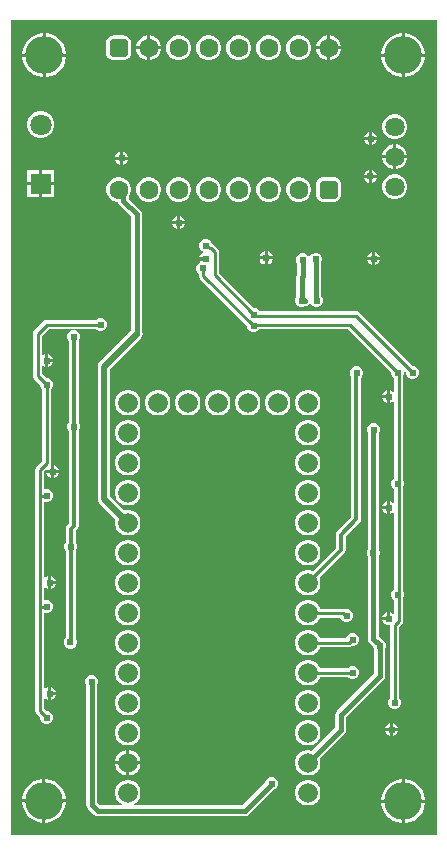
<source format=gbl>
G04*
G04 #@! TF.GenerationSoftware,Altium Limited,Altium Designer,21.8.1 (53)*
G04*
G04 Layer_Physical_Order=2*
G04 Layer_Color=16711680*
%FSLAX25Y25*%
%MOIN*%
G70*
G04*
G04 #@! TF.SameCoordinates,1476896B-5F1A-493A-A4EA-86BB9D18E634*
G04*
G04*
G04 #@! TF.FilePolarity,Positive*
G04*
G01*
G75*
%ADD14C,0.01000*%
%ADD35C,0.01600*%
%ADD36C,0.02000*%
%ADD37C,0.01200*%
%ADD39C,0.06555*%
%ADD40C,0.06437*%
%ADD41R,0.07087X0.07087*%
%ADD42C,0.07087*%
%ADD43C,0.06299*%
G04:AMPARAMS|DCode=44|XSize=62.99mil|YSize=62.99mil|CornerRadius=15.75mil|HoleSize=0mil|Usage=FLASHONLY|Rotation=180.000|XOffset=0mil|YOffset=0mil|HoleType=Round|Shape=RoundedRectangle|*
%AMROUNDEDRECTD44*
21,1,0.06299,0.03150,0,0,180.0*
21,1,0.03150,0.06299,0,0,180.0*
1,1,0.03150,-0.01575,0.01575*
1,1,0.03150,0.01575,0.01575*
1,1,0.03150,0.01575,-0.01575*
1,1,0.03150,-0.01575,-0.01575*
%
%ADD44ROUNDEDRECTD44*%
%ADD45C,0.02400*%
%ADD46C,0.12598*%
G36*
X242000Y100000D02*
X100000D01*
Y371501D01*
X242000D01*
Y100000D01*
D02*
G37*
%LPC*%
G36*
X206546Y366394D02*
X206500D01*
Y362744D01*
X210150D01*
Y362790D01*
X209867Y363846D01*
X209320Y364792D01*
X208548Y365565D01*
X207602Y366111D01*
X206546Y366394D01*
D02*
G37*
G36*
X205500D02*
X205454D01*
X204398Y366111D01*
X203452Y365565D01*
X202679Y364792D01*
X202133Y363846D01*
X201850Y362790D01*
Y362744D01*
X205500D01*
Y366394D01*
D02*
G37*
G36*
X146546D02*
X146500D01*
Y362744D01*
X150150D01*
Y362790D01*
X149867Y363846D01*
X149320Y364792D01*
X148548Y365565D01*
X147602Y366111D01*
X146546Y366394D01*
D02*
G37*
G36*
X145500D02*
X145454D01*
X144398Y366111D01*
X143452Y365565D01*
X142680Y364792D01*
X142133Y363846D01*
X141850Y362790D01*
Y362744D01*
X145500D01*
Y366394D01*
D02*
G37*
G36*
X111959Y367063D02*
X111740D01*
Y360264D01*
X118539D01*
Y360483D01*
X118259Y361893D01*
X117709Y363222D01*
X116910Y364417D01*
X115893Y365434D01*
X114698Y366232D01*
X113369Y366783D01*
X111959Y367063D01*
D02*
G37*
G36*
X110740D02*
X110521D01*
X109111Y366783D01*
X107783Y366232D01*
X106587Y365434D01*
X105570Y364417D01*
X104772Y363222D01*
X104221Y361893D01*
X103941Y360483D01*
Y360264D01*
X110740D01*
Y367063D01*
D02*
G37*
G36*
X231502Y367053D02*
X231283D01*
Y360254D01*
X238082D01*
Y360473D01*
X237802Y361883D01*
X237252Y363211D01*
X236453Y364407D01*
X235436Y365424D01*
X234241Y366223D01*
X232912Y366773D01*
X231502Y367053D01*
D02*
G37*
G36*
X230283D02*
X230064D01*
X228654Y366773D01*
X227326Y366223D01*
X226130Y365424D01*
X225114Y364407D01*
X224315Y363211D01*
X223764Y361883D01*
X223484Y360473D01*
Y360254D01*
X230283D01*
Y367053D01*
D02*
G37*
G36*
X210150Y361744D02*
X206500D01*
Y358095D01*
X206546D01*
X207602Y358377D01*
X208548Y358924D01*
X209320Y359696D01*
X209867Y360642D01*
X210150Y361698D01*
Y361744D01*
D02*
G37*
G36*
X205500D02*
X201850D01*
Y361698D01*
X202133Y360642D01*
X202679Y359696D01*
X203452Y358924D01*
X204398Y358377D01*
X205454Y358095D01*
X205500D01*
Y361744D01*
D02*
G37*
G36*
X196546Y366394D02*
X195454D01*
X194398Y366111D01*
X193452Y365565D01*
X192680Y364792D01*
X192133Y363846D01*
X191850Y362790D01*
Y361698D01*
X192133Y360642D01*
X192680Y359696D01*
X193452Y358924D01*
X194398Y358377D01*
X195454Y358095D01*
X196546D01*
X197602Y358377D01*
X198548Y358924D01*
X199320Y359696D01*
X199867Y360642D01*
X200150Y361698D01*
Y362790D01*
X199867Y363846D01*
X199320Y364792D01*
X198548Y365565D01*
X197602Y366111D01*
X196546Y366394D01*
D02*
G37*
G36*
X186546D02*
X185454D01*
X184398Y366111D01*
X183452Y365565D01*
X182679Y364792D01*
X182133Y363846D01*
X181850Y362790D01*
Y361698D01*
X182133Y360642D01*
X182679Y359696D01*
X183452Y358924D01*
X184398Y358377D01*
X185454Y358095D01*
X186546D01*
X187602Y358377D01*
X188548Y358924D01*
X189321Y359696D01*
X189867Y360642D01*
X190150Y361698D01*
Y362790D01*
X189867Y363846D01*
X189321Y364792D01*
X188548Y365565D01*
X187602Y366111D01*
X186546Y366394D01*
D02*
G37*
G36*
X176546D02*
X175454D01*
X174398Y366111D01*
X173452Y365565D01*
X172679Y364792D01*
X172133Y363846D01*
X171850Y362790D01*
Y361698D01*
X172133Y360642D01*
X172679Y359696D01*
X173452Y358924D01*
X174398Y358377D01*
X175454Y358095D01*
X176546D01*
X177602Y358377D01*
X178548Y358924D01*
X179321Y359696D01*
X179867Y360642D01*
X180150Y361698D01*
Y362790D01*
X179867Y363846D01*
X179321Y364792D01*
X178548Y365565D01*
X177602Y366111D01*
X176546Y366394D01*
D02*
G37*
G36*
X166546D02*
X165454D01*
X164398Y366111D01*
X163452Y365565D01*
X162680Y364792D01*
X162133Y363846D01*
X161850Y362790D01*
Y361698D01*
X162133Y360642D01*
X162680Y359696D01*
X163452Y358924D01*
X164398Y358377D01*
X165454Y358095D01*
X166546D01*
X167602Y358377D01*
X168548Y358924D01*
X169320Y359696D01*
X169867Y360642D01*
X170150Y361698D01*
Y362790D01*
X169867Y363846D01*
X169320Y364792D01*
X168548Y365565D01*
X167602Y366111D01*
X166546Y366394D01*
D02*
G37*
G36*
X156546D02*
X155454D01*
X154398Y366111D01*
X153452Y365565D01*
X152680Y364792D01*
X152133Y363846D01*
X151850Y362790D01*
Y361698D01*
X152133Y360642D01*
X152680Y359696D01*
X153452Y358924D01*
X154398Y358377D01*
X155454Y358095D01*
X156546D01*
X157602Y358377D01*
X158548Y358924D01*
X159320Y359696D01*
X159867Y360642D01*
X160150Y361698D01*
Y362790D01*
X159867Y363846D01*
X159320Y364792D01*
X158548Y365565D01*
X157602Y366111D01*
X156546Y366394D01*
D02*
G37*
G36*
X150150Y361744D02*
X146500D01*
Y358095D01*
X146546D01*
X147602Y358377D01*
X148548Y358924D01*
X149320Y359696D01*
X149867Y360642D01*
X150150Y361698D01*
Y361744D01*
D02*
G37*
G36*
X145500D02*
X141850D01*
Y361698D01*
X142133Y360642D01*
X142680Y359696D01*
X143452Y358924D01*
X144398Y358377D01*
X145454Y358095D01*
X145500D01*
Y361744D01*
D02*
G37*
G36*
X137575Y366416D02*
X134425D01*
X133753Y366327D01*
X133127Y366068D01*
X132589Y365655D01*
X132176Y365117D01*
X131917Y364491D01*
X131828Y363819D01*
Y360669D01*
X131917Y359997D01*
X132176Y359371D01*
X132589Y358833D01*
X133127Y358420D01*
X133753Y358161D01*
X134425Y358072D01*
X137575D01*
X138247Y358161D01*
X138873Y358420D01*
X139411Y358833D01*
X139824Y359371D01*
X140083Y359997D01*
X140172Y360669D01*
Y363819D01*
X140083Y364491D01*
X139824Y365117D01*
X139411Y365655D01*
X138873Y366068D01*
X138247Y366327D01*
X137575Y366416D01*
D02*
G37*
G36*
X118539Y359264D02*
X111740D01*
Y352465D01*
X111959D01*
X113369Y352745D01*
X114698Y353295D01*
X115893Y354094D01*
X116910Y355111D01*
X117709Y356307D01*
X118259Y357635D01*
X118539Y359045D01*
Y359264D01*
D02*
G37*
G36*
X110740D02*
X103941D01*
Y359045D01*
X104221Y357635D01*
X104772Y356307D01*
X105570Y355111D01*
X106587Y354094D01*
X107783Y353295D01*
X109111Y352745D01*
X110521Y352465D01*
X110740D01*
Y359264D01*
D02*
G37*
G36*
X238082Y359254D02*
X231283D01*
Y352455D01*
X231502D01*
X232912Y352735D01*
X234241Y353286D01*
X235436Y354084D01*
X236453Y355101D01*
X237252Y356296D01*
X237802Y357625D01*
X238082Y359035D01*
Y359254D01*
D02*
G37*
G36*
X230283D02*
X223484D01*
Y359035D01*
X223764Y357625D01*
X224315Y356296D01*
X225114Y355101D01*
X226130Y354084D01*
X227326Y353286D01*
X228654Y352735D01*
X230064Y352455D01*
X230283D01*
Y359254D01*
D02*
G37*
G36*
X220500Y334174D02*
Y332500D01*
X222174D01*
X221865Y333246D01*
X221246Y333865D01*
X220500Y334174D01*
D02*
G37*
G36*
X219500D02*
X218754Y333865D01*
X218135Y333246D01*
X217826Y332500D01*
X219500D01*
Y334174D01*
D02*
G37*
G36*
X110598Y341228D02*
X109402D01*
X108246Y340919D01*
X107210Y340321D01*
X106365Y339475D01*
X105766Y338439D01*
X105457Y337283D01*
Y336087D01*
X105766Y334931D01*
X106365Y333895D01*
X107210Y333050D01*
X108246Y332451D01*
X109402Y332142D01*
X110598D01*
X111754Y332451D01*
X112790Y333050D01*
X113636Y333895D01*
X114234Y334931D01*
X114543Y336087D01*
Y337283D01*
X114234Y338439D01*
X113636Y339475D01*
X112790Y340321D01*
X111754Y340919D01*
X110598Y341228D01*
D02*
G37*
G36*
X228555Y340218D02*
X227445D01*
X226372Y339931D01*
X225410Y339376D01*
X224624Y338590D01*
X224069Y337628D01*
X223781Y336555D01*
Y335445D01*
X224069Y334372D01*
X224624Y333410D01*
X225410Y332624D01*
X226372Y332069D01*
X227445Y331782D01*
X228555D01*
X229628Y332069D01*
X230590Y332624D01*
X231376Y333410D01*
X231931Y334372D01*
X232219Y335445D01*
Y336555D01*
X231931Y337628D01*
X231376Y338590D01*
X230590Y339376D01*
X229628Y339931D01*
X228555Y340218D01*
D02*
G37*
G36*
X222174Y331500D02*
X220500D01*
Y329826D01*
X221246Y330135D01*
X221865Y330754D01*
X222174Y331500D01*
D02*
G37*
G36*
X219500D02*
X217826D01*
X218135Y330754D01*
X218754Y330135D01*
X219500Y329826D01*
Y331500D01*
D02*
G37*
G36*
X228555Y330219D02*
X228500D01*
Y326500D01*
X232219D01*
Y326555D01*
X231931Y327628D01*
X231376Y328590D01*
X230590Y329376D01*
X229628Y329931D01*
X228555Y330219D01*
D02*
G37*
G36*
X227500D02*
X227445D01*
X226372Y329931D01*
X225410Y329376D01*
X224624Y328590D01*
X224069Y327628D01*
X223781Y326555D01*
Y326500D01*
X227500D01*
Y330219D01*
D02*
G37*
G36*
X137477Y327688D02*
Y326014D01*
X139151D01*
X138842Y326760D01*
X138223Y327379D01*
X137477Y327688D01*
D02*
G37*
G36*
X136477D02*
X135731Y327379D01*
X135112Y326760D01*
X134803Y326014D01*
X136477D01*
Y327688D01*
D02*
G37*
G36*
X139151Y325014D02*
X137477D01*
Y323340D01*
X138223Y323649D01*
X138842Y324268D01*
X139151Y325014D01*
D02*
G37*
G36*
X136477D02*
X134803D01*
X135112Y324268D01*
X135731Y323649D01*
X136477Y323340D01*
Y325014D01*
D02*
G37*
G36*
X232219Y325500D02*
X228500D01*
Y321781D01*
X228555D01*
X229628Y322069D01*
X230590Y322624D01*
X231376Y323410D01*
X231931Y324372D01*
X232219Y325445D01*
Y325500D01*
D02*
G37*
G36*
X227500D02*
X223781D01*
Y325445D01*
X224069Y324372D01*
X224624Y323410D01*
X225410Y322624D01*
X226372Y322069D01*
X227445Y321781D01*
X227500D01*
Y325500D01*
D02*
G37*
G36*
X220321Y321616D02*
Y319942D01*
X221995D01*
X221686Y320688D01*
X221067Y321307D01*
X220321Y321616D01*
D02*
G37*
G36*
X219321D02*
X218575Y321307D01*
X217956Y320688D01*
X217647Y319942D01*
X219321D01*
Y321616D01*
D02*
G37*
G36*
X114543Y321543D02*
X110500D01*
Y317500D01*
X114543D01*
Y321543D01*
D02*
G37*
G36*
X109500D02*
X105457D01*
Y317500D01*
X109500D01*
Y321543D01*
D02*
G37*
G36*
X221995Y318942D02*
X220321D01*
Y317268D01*
X221067Y317577D01*
X221686Y318196D01*
X221995Y318942D01*
D02*
G37*
G36*
X219321D02*
X217647D01*
X217956Y318196D01*
X218575Y317577D01*
X219321Y317268D01*
Y318942D01*
D02*
G37*
G36*
X114543Y316500D02*
X110500D01*
Y312457D01*
X114543D01*
Y316500D01*
D02*
G37*
G36*
X109500D02*
X105457D01*
Y312457D01*
X109500D01*
Y316500D01*
D02*
G37*
G36*
X228555Y320218D02*
X227445D01*
X226372Y319931D01*
X225410Y319376D01*
X224624Y318590D01*
X224069Y317628D01*
X223781Y316555D01*
Y315445D01*
X224069Y314372D01*
X224624Y313410D01*
X225410Y312624D01*
X226372Y312069D01*
X227445Y311782D01*
X228555D01*
X229628Y312069D01*
X230590Y312624D01*
X231376Y313410D01*
X231931Y314372D01*
X232219Y315445D01*
Y316555D01*
X231931Y317628D01*
X231376Y318590D01*
X230590Y319376D01*
X229628Y319931D01*
X228555Y320218D01*
D02*
G37*
G36*
X196546Y319150D02*
X195454D01*
X194398Y318867D01*
X193452Y318320D01*
X192680Y317548D01*
X192133Y316602D01*
X191850Y315546D01*
Y314454D01*
X192133Y313398D01*
X192680Y312452D01*
X193452Y311680D01*
X194398Y311133D01*
X195454Y310850D01*
X196546D01*
X197602Y311133D01*
X198548Y311680D01*
X199320Y312452D01*
X199867Y313398D01*
X200150Y314454D01*
Y315546D01*
X199867Y316602D01*
X199320Y317548D01*
X198548Y318320D01*
X197602Y318867D01*
X196546Y319150D01*
D02*
G37*
G36*
X186546D02*
X185454D01*
X184398Y318867D01*
X183452Y318320D01*
X182679Y317548D01*
X182133Y316602D01*
X181850Y315546D01*
Y314454D01*
X182133Y313398D01*
X182679Y312452D01*
X183452Y311680D01*
X184398Y311133D01*
X185454Y310850D01*
X186546D01*
X187602Y311133D01*
X188548Y311680D01*
X189321Y312452D01*
X189867Y313398D01*
X190150Y314454D01*
Y315546D01*
X189867Y316602D01*
X189321Y317548D01*
X188548Y318320D01*
X187602Y318867D01*
X186546Y319150D01*
D02*
G37*
G36*
X176546D02*
X175454D01*
X174398Y318867D01*
X173452Y318320D01*
X172679Y317548D01*
X172133Y316602D01*
X171850Y315546D01*
Y314454D01*
X172133Y313398D01*
X172679Y312452D01*
X173452Y311680D01*
X174398Y311133D01*
X175454Y310850D01*
X176546D01*
X177602Y311133D01*
X178548Y311680D01*
X179321Y312452D01*
X179867Y313398D01*
X180150Y314454D01*
Y315546D01*
X179867Y316602D01*
X179321Y317548D01*
X178548Y318320D01*
X177602Y318867D01*
X176546Y319150D01*
D02*
G37*
G36*
X166546D02*
X165454D01*
X164398Y318867D01*
X163452Y318320D01*
X162680Y317548D01*
X162133Y316602D01*
X161850Y315546D01*
Y314454D01*
X162133Y313398D01*
X162680Y312452D01*
X163452Y311680D01*
X164398Y311133D01*
X165454Y310850D01*
X166546D01*
X167602Y311133D01*
X168548Y311680D01*
X169320Y312452D01*
X169867Y313398D01*
X170150Y314454D01*
Y315546D01*
X169867Y316602D01*
X169320Y317548D01*
X168548Y318320D01*
X167602Y318867D01*
X166546Y319150D01*
D02*
G37*
G36*
X156546D02*
X155454D01*
X154398Y318867D01*
X153452Y318320D01*
X152680Y317548D01*
X152133Y316602D01*
X151850Y315546D01*
Y314454D01*
X152133Y313398D01*
X152680Y312452D01*
X153452Y311680D01*
X154398Y311133D01*
X155454Y310850D01*
X156546D01*
X157602Y311133D01*
X158548Y311680D01*
X159320Y312452D01*
X159867Y313398D01*
X160150Y314454D01*
Y315546D01*
X159867Y316602D01*
X159320Y317548D01*
X158548Y318320D01*
X157602Y318867D01*
X156546Y319150D01*
D02*
G37*
G36*
X146546D02*
X145454D01*
X144398Y318867D01*
X143452Y318320D01*
X142680Y317548D01*
X142133Y316602D01*
X141850Y315546D01*
Y314454D01*
X142133Y313398D01*
X142680Y312452D01*
X143452Y311680D01*
X144398Y311133D01*
X145454Y310850D01*
X146546D01*
X147602Y311133D01*
X148548Y311680D01*
X149320Y312452D01*
X149867Y313398D01*
X150150Y314454D01*
Y315546D01*
X149867Y316602D01*
X149320Y317548D01*
X148548Y318320D01*
X147602Y318867D01*
X146546Y319150D01*
D02*
G37*
G36*
X207575Y319172D02*
X204425D01*
X203753Y319083D01*
X203127Y318824D01*
X202589Y318411D01*
X202176Y317873D01*
X201917Y317247D01*
X201828Y316575D01*
Y313425D01*
X201917Y312753D01*
X202176Y312127D01*
X202589Y311589D01*
X203127Y311176D01*
X203753Y310917D01*
X204425Y310828D01*
X207575D01*
X208247Y310917D01*
X208873Y311176D01*
X209411Y311589D01*
X209824Y312127D01*
X210083Y312753D01*
X210172Y313425D01*
Y316575D01*
X210083Y317247D01*
X209824Y317873D01*
X209411Y318411D01*
X208873Y318824D01*
X208247Y319083D01*
X207575Y319172D01*
D02*
G37*
G36*
X156500Y306174D02*
Y304500D01*
X158174D01*
X157865Y305246D01*
X157246Y305865D01*
X156500Y306174D01*
D02*
G37*
G36*
X155500D02*
X154754Y305865D01*
X154135Y305246D01*
X153826Y304500D01*
X155500D01*
Y306174D01*
D02*
G37*
G36*
X158174Y303500D02*
X156500D01*
Y301826D01*
X157246Y302135D01*
X157865Y302754D01*
X158174Y303500D01*
D02*
G37*
G36*
X155500D02*
X153826D01*
X154135Y302754D01*
X154754Y302135D01*
X155500Y301826D01*
Y303500D01*
D02*
G37*
G36*
X185627Y294408D02*
Y292734D01*
X187302D01*
X186993Y293480D01*
X186374Y294099D01*
X185627Y294408D01*
D02*
G37*
G36*
X184627D02*
X183881Y294099D01*
X183262Y293480D01*
X182953Y292734D01*
X184627D01*
Y294408D01*
D02*
G37*
G36*
X221500Y294174D02*
Y292500D01*
X223174D01*
X222865Y293246D01*
X222246Y293865D01*
X221500Y294174D01*
D02*
G37*
G36*
X220500D02*
X219754Y293865D01*
X219135Y293246D01*
X218826Y292500D01*
X220500D01*
Y294174D01*
D02*
G37*
G36*
X202156Y294021D02*
X201281D01*
X200473Y293686D01*
X199854Y293067D01*
X199519Y292258D01*
Y292051D01*
X199193Y292838D01*
X198574Y293457D01*
X197765Y293792D01*
X196890D01*
X196081Y293457D01*
X195463Y292838D01*
X195128Y292029D01*
Y291154D01*
X195463Y290346D01*
X195492Y290316D01*
Y286886D01*
X195304Y286605D01*
X195281Y286488D01*
X195165Y285903D01*
Y279276D01*
X195135Y279246D01*
X194800Y278438D01*
Y277562D01*
X195135Y276754D01*
X195754Y276135D01*
X196562Y275800D01*
X197438D01*
X198246Y276135D01*
X198345Y276233D01*
X198702Y276304D01*
X199298Y276702D01*
X199696Y277298D01*
X199800Y277823D01*
Y277562D01*
X200135Y276754D01*
X200754Y276135D01*
X201562Y275800D01*
X202438D01*
X203246Y276135D01*
X203865Y276754D01*
X204200Y277562D01*
Y278438D01*
X203865Y279246D01*
X203554Y279557D01*
Y290545D01*
X203584Y290575D01*
X203919Y291383D01*
Y292258D01*
X203584Y293067D01*
X202965Y293686D01*
X202156Y294021D01*
D02*
G37*
G36*
X187302Y291734D02*
X185627D01*
Y290059D01*
X186374Y290369D01*
X186993Y290987D01*
X187302Y291734D01*
D02*
G37*
G36*
X184627D02*
X182953D01*
X183262Y290987D01*
X183881Y290369D01*
X184627Y290059D01*
Y291734D01*
D02*
G37*
G36*
X223174Y291500D02*
X221500D01*
Y289826D01*
X222246Y290135D01*
X222865Y290754D01*
X223174Y291500D01*
D02*
G37*
G36*
X220500D02*
X218826D01*
X219135Y290754D01*
X219754Y290135D01*
X220500Y289826D01*
Y291500D01*
D02*
G37*
G36*
X130438Y272200D02*
X129562D01*
X128754Y271865D01*
X128418Y271529D01*
X112000D01*
X111415Y271413D01*
X110919Y271081D01*
X107919Y268081D01*
X107587Y267585D01*
X107471Y267000D01*
Y253000D01*
X107587Y252415D01*
X107919Y251919D01*
X109800Y250037D01*
Y249562D01*
X110135Y248754D01*
X110471Y248418D01*
Y224575D01*
X108662Y222766D01*
X108330Y222270D01*
X108214Y221685D01*
Y213000D01*
Y176000D01*
Y141257D01*
X108330Y140671D01*
X108662Y140175D01*
X109800Y139037D01*
Y138562D01*
X110135Y137754D01*
X110754Y137135D01*
X111562Y136800D01*
X112438D01*
X113246Y137135D01*
X113865Y137754D01*
X114200Y138562D01*
Y139438D01*
X113865Y140246D01*
X113246Y140865D01*
X112438Y141200D01*
X111963D01*
X111273Y141890D01*
Y145616D01*
X111754Y145135D01*
X112500Y144826D01*
Y147000D01*
Y149174D01*
X111754Y148865D01*
X111273Y148384D01*
Y173920D01*
X111562Y173800D01*
X112438D01*
X113246Y174135D01*
X113865Y174754D01*
X114200Y175562D01*
Y176438D01*
X113865Y177246D01*
X113246Y177865D01*
X112438Y178200D01*
X111562D01*
X111273Y178080D01*
Y182616D01*
X111754Y182135D01*
X112500Y181826D01*
Y184000D01*
Y186174D01*
X111754Y185865D01*
X111273Y185384D01*
Y210920D01*
X111562Y210800D01*
X112438D01*
X113246Y211135D01*
X113865Y211754D01*
X114200Y212562D01*
Y213438D01*
X113865Y214246D01*
X113246Y214865D01*
X112438Y215200D01*
X111562D01*
X111273Y215080D01*
Y221052D01*
X111900Y221679D01*
X111826Y221500D01*
X113500D01*
Y223174D01*
X113211Y223055D01*
X113413Y223356D01*
X113529Y223942D01*
Y248418D01*
X113865Y248754D01*
X114200Y249562D01*
Y250438D01*
X113865Y251246D01*
X113246Y251865D01*
X112438Y252200D01*
X111963D01*
X110529Y253633D01*
Y256359D01*
X110754Y256135D01*
X111500Y255826D01*
Y258000D01*
Y260174D01*
X110754Y259865D01*
X110529Y259641D01*
Y266367D01*
X112634Y268471D01*
X128418D01*
X128754Y268135D01*
X129562Y267800D01*
X130438D01*
X131246Y268135D01*
X131865Y268754D01*
X132200Y269562D01*
Y270438D01*
X131865Y271246D01*
X131246Y271865D01*
X130438Y272200D01*
D02*
G37*
G36*
X112500Y260174D02*
Y258500D01*
X114174D01*
X113865Y259246D01*
X113246Y259865D01*
X112500Y260174D01*
D02*
G37*
G36*
X114174Y257500D02*
X112500D01*
Y255826D01*
X113246Y256135D01*
X113865Y256754D01*
X114174Y257500D01*
D02*
G37*
G36*
X165481Y298531D02*
X164606D01*
X163797Y298196D01*
X163178Y297577D01*
X162843Y296768D01*
Y295893D01*
X163178Y295084D01*
X163797Y294465D01*
X164500Y294174D01*
X163754Y293865D01*
X163135Y293246D01*
X162826Y292500D01*
X165000D01*
Y291500D01*
X162826D01*
X163119Y290793D01*
X162717Y290627D01*
X162098Y290008D01*
X161763Y289200D01*
Y288324D01*
X162098Y287516D01*
X162702Y286912D01*
Y286369D01*
X162818Y285784D01*
X163150Y285287D01*
X178800Y269637D01*
Y269162D01*
X179135Y268354D01*
X179754Y267735D01*
X180562Y267400D01*
X181438D01*
X182246Y267735D01*
X182865Y268354D01*
X182913Y268471D01*
X212367D01*
X226800Y254037D01*
Y253562D01*
X227135Y252754D01*
X227754Y252135D01*
X227771Y252128D01*
Y247341D01*
X227246Y247865D01*
X226500Y248174D01*
Y246000D01*
Y243826D01*
X227246Y244135D01*
X227771Y244659D01*
Y218872D01*
X227754Y218865D01*
X227135Y218246D01*
X226800Y217438D01*
Y216562D01*
X227135Y215754D01*
X227754Y215135D01*
X227771Y215128D01*
Y210341D01*
X227246Y210865D01*
X226500Y211174D01*
Y209000D01*
Y206826D01*
X227246Y207135D01*
X227771Y207659D01*
Y181872D01*
X227754Y181865D01*
X227135Y181246D01*
X226800Y180438D01*
Y179562D01*
X227135Y178754D01*
X227754Y178135D01*
X227771Y178128D01*
Y173341D01*
X227246Y173865D01*
X226500Y174174D01*
Y172000D01*
X226000D01*
Y171500D01*
X223826D01*
X224135Y170754D01*
X224754Y170135D01*
X225562Y169800D01*
X226438D01*
X226471Y169814D01*
X226471Y169812D01*
Y145582D01*
X226135Y145246D01*
X225800Y144438D01*
Y143562D01*
X226135Y142754D01*
X226754Y142135D01*
X227562Y141800D01*
X228438D01*
X229246Y142135D01*
X229865Y142754D01*
X230200Y143562D01*
Y144438D01*
X229865Y145246D01*
X229529Y145582D01*
Y169179D01*
X230381Y170031D01*
X230713Y170527D01*
X230829Y171112D01*
Y178718D01*
X230865Y178754D01*
X231200Y179562D01*
Y180438D01*
X230865Y181246D01*
X230829Y181282D01*
Y215718D01*
X230865Y215754D01*
X231200Y216562D01*
Y217438D01*
X230865Y218246D01*
X230829Y218282D01*
Y252718D01*
X230865Y252754D01*
X231200Y253562D01*
Y254438D01*
X231059Y254778D01*
X231800Y254037D01*
Y253562D01*
X232135Y252754D01*
X232754Y252135D01*
X233562Y251800D01*
X234438D01*
X235246Y252135D01*
X235865Y252754D01*
X236200Y253562D01*
Y254438D01*
X235865Y255246D01*
X235246Y255865D01*
X234438Y256200D01*
X233963D01*
X216081Y274081D01*
X215585Y274413D01*
X215000Y274529D01*
X183000D01*
X182455Y275074D01*
X181647Y275409D01*
X181172D01*
X169529Y287052D01*
Y294200D01*
X169413Y294785D01*
X169081Y295281D01*
X167886Y296476D01*
X167390Y296808D01*
X167212Y296843D01*
X166908Y297577D01*
X166289Y298196D01*
X165481Y298531D01*
D02*
G37*
G36*
X225500Y248174D02*
X224754Y247865D01*
X224135Y247246D01*
X223826Y246500D01*
X225500D01*
Y248174D01*
D02*
G37*
G36*
Y245500D02*
X223826D01*
X224135Y244754D01*
X224754Y244135D01*
X225500Y243826D01*
Y245500D01*
D02*
G37*
G36*
X199563Y248278D02*
X198437D01*
X197349Y247986D01*
X196373Y247423D01*
X195577Y246626D01*
X195014Y245651D01*
X194722Y244563D01*
Y243437D01*
X195014Y242349D01*
X195577Y241373D01*
X196373Y240577D01*
X197349Y240014D01*
X198437Y239722D01*
X199563D01*
X200651Y240014D01*
X201626Y240577D01*
X202423Y241373D01*
X202986Y242349D01*
X203278Y243437D01*
Y244563D01*
X202986Y245651D01*
X202423Y246626D01*
X201626Y247423D01*
X200651Y247986D01*
X199563Y248278D01*
D02*
G37*
G36*
X189563D02*
X188437D01*
X187349Y247986D01*
X186373Y247423D01*
X185577Y246626D01*
X185014Y245651D01*
X184722Y244563D01*
Y243437D01*
X185014Y242349D01*
X185577Y241373D01*
X186373Y240577D01*
X187349Y240014D01*
X188437Y239722D01*
X189563D01*
X190651Y240014D01*
X191627Y240577D01*
X192423Y241373D01*
X192986Y242349D01*
X193278Y243437D01*
Y244563D01*
X192986Y245651D01*
X192423Y246626D01*
X191627Y247423D01*
X190651Y247986D01*
X189563Y248278D01*
D02*
G37*
G36*
X179563D02*
X178437D01*
X177349Y247986D01*
X176374Y247423D01*
X175577Y246626D01*
X175014Y245651D01*
X174722Y244563D01*
Y243437D01*
X175014Y242349D01*
X175577Y241373D01*
X176374Y240577D01*
X177349Y240014D01*
X178437Y239722D01*
X179563D01*
X180651Y240014D01*
X181626Y240577D01*
X182423Y241373D01*
X182986Y242349D01*
X183278Y243437D01*
Y244563D01*
X182986Y245651D01*
X182423Y246626D01*
X181626Y247423D01*
X180651Y247986D01*
X179563Y248278D01*
D02*
G37*
G36*
X169563D02*
X168437D01*
X167349Y247986D01*
X166374Y247423D01*
X165577Y246626D01*
X165014Y245651D01*
X164722Y244563D01*
Y243437D01*
X165014Y242349D01*
X165577Y241373D01*
X166374Y240577D01*
X167349Y240014D01*
X168437Y239722D01*
X169563D01*
X170651Y240014D01*
X171626Y240577D01*
X172423Y241373D01*
X172986Y242349D01*
X173278Y243437D01*
Y244563D01*
X172986Y245651D01*
X172423Y246626D01*
X171626Y247423D01*
X170651Y247986D01*
X169563Y248278D01*
D02*
G37*
G36*
X159563D02*
X158437D01*
X157349Y247986D01*
X156374Y247423D01*
X155577Y246626D01*
X155014Y245651D01*
X154722Y244563D01*
Y243437D01*
X155014Y242349D01*
X155577Y241373D01*
X156374Y240577D01*
X157349Y240014D01*
X158437Y239722D01*
X159563D01*
X160651Y240014D01*
X161627Y240577D01*
X162423Y241373D01*
X162986Y242349D01*
X163278Y243437D01*
Y244563D01*
X162986Y245651D01*
X162423Y246626D01*
X161627Y247423D01*
X160651Y247986D01*
X159563Y248278D01*
D02*
G37*
G36*
X149563D02*
X148437D01*
X147349Y247986D01*
X146373Y247423D01*
X145577Y246626D01*
X145014Y245651D01*
X144722Y244563D01*
Y243437D01*
X145014Y242349D01*
X145577Y241373D01*
X146373Y240577D01*
X147349Y240014D01*
X148437Y239722D01*
X149563D01*
X150651Y240014D01*
X151627Y240577D01*
X152423Y241373D01*
X152986Y242349D01*
X153278Y243437D01*
Y244563D01*
X152986Y245651D01*
X152423Y246626D01*
X151627Y247423D01*
X150651Y247986D01*
X149563Y248278D01*
D02*
G37*
G36*
X139563D02*
X138437D01*
X137349Y247986D01*
X136373Y247423D01*
X135577Y246626D01*
X135014Y245651D01*
X134722Y244563D01*
Y243437D01*
X135014Y242349D01*
X135577Y241373D01*
X136373Y240577D01*
X137349Y240014D01*
X138437Y239722D01*
X139563D01*
X140651Y240014D01*
X141627Y240577D01*
X142423Y241373D01*
X142986Y242349D01*
X143278Y243437D01*
Y244563D01*
X142986Y245651D01*
X142423Y246626D01*
X141627Y247423D01*
X140651Y247986D01*
X139563Y248278D01*
D02*
G37*
G36*
X199563Y238278D02*
X198437D01*
X197349Y237986D01*
X196373Y237423D01*
X195577Y236627D01*
X195014Y235651D01*
X194722Y234563D01*
Y233437D01*
X195014Y232349D01*
X195577Y231374D01*
X196373Y230577D01*
X197349Y230014D01*
X198437Y229722D01*
X199563D01*
X200651Y230014D01*
X201626Y230577D01*
X202423Y231374D01*
X202986Y232349D01*
X203278Y233437D01*
Y234563D01*
X202986Y235651D01*
X202423Y236627D01*
X201626Y237423D01*
X200651Y237986D01*
X199563Y238278D01*
D02*
G37*
G36*
X139563D02*
X138437D01*
X137349Y237986D01*
X136373Y237423D01*
X135577Y236627D01*
X135014Y235651D01*
X134722Y234563D01*
Y233437D01*
X135014Y232349D01*
X135577Y231374D01*
X136373Y230577D01*
X137349Y230014D01*
X138437Y229722D01*
X139563D01*
X140651Y230014D01*
X141627Y230577D01*
X142423Y231374D01*
X142986Y232349D01*
X143278Y233437D01*
Y234563D01*
X142986Y235651D01*
X142423Y236627D01*
X141627Y237423D01*
X140651Y237986D01*
X139563Y238278D01*
D02*
G37*
G36*
X114500Y223174D02*
Y221500D01*
X116174D01*
X115865Y222246D01*
X115246Y222865D01*
X114500Y223174D01*
D02*
G37*
G36*
X199563Y228278D02*
X198437D01*
X197349Y227986D01*
X196373Y227423D01*
X195577Y226626D01*
X195014Y225651D01*
X194722Y224563D01*
Y223437D01*
X195014Y222349D01*
X195577Y221374D01*
X196373Y220577D01*
X197349Y220014D01*
X198437Y219722D01*
X199563D01*
X200651Y220014D01*
X201626Y220577D01*
X202423Y221374D01*
X202986Y222349D01*
X203278Y223437D01*
Y224563D01*
X202986Y225651D01*
X202423Y226626D01*
X201626Y227423D01*
X200651Y227986D01*
X199563Y228278D01*
D02*
G37*
G36*
X139563D02*
X138437D01*
X137349Y227986D01*
X136373Y227423D01*
X135577Y226626D01*
X135014Y225651D01*
X134722Y224563D01*
Y223437D01*
X135014Y222349D01*
X135577Y221374D01*
X136373Y220577D01*
X137349Y220014D01*
X138437Y219722D01*
X139563D01*
X140651Y220014D01*
X141627Y220577D01*
X142423Y221374D01*
X142986Y222349D01*
X143278Y223437D01*
Y224563D01*
X142986Y225651D01*
X142423Y226626D01*
X141627Y227423D01*
X140651Y227986D01*
X139563Y228278D01*
D02*
G37*
G36*
X116174Y220500D02*
X114500D01*
Y218826D01*
X115246Y219135D01*
X115865Y219754D01*
X116174Y220500D01*
D02*
G37*
G36*
X113500D02*
X111826D01*
X112135Y219754D01*
X112754Y219135D01*
X113500Y218826D01*
Y220500D01*
D02*
G37*
G36*
X199563Y218278D02*
X198437D01*
X197349Y217986D01*
X196373Y217423D01*
X195577Y216627D01*
X195014Y215651D01*
X194722Y214563D01*
Y213437D01*
X195014Y212349D01*
X195577Y211373D01*
X196373Y210577D01*
X197349Y210014D01*
X198437Y209722D01*
X199563D01*
X200651Y210014D01*
X201626Y210577D01*
X202423Y211373D01*
X202986Y212349D01*
X203278Y213437D01*
Y214563D01*
X202986Y215651D01*
X202423Y216627D01*
X201626Y217423D01*
X200651Y217986D01*
X199563Y218278D01*
D02*
G37*
G36*
X139563D02*
X138437D01*
X137349Y217986D01*
X136373Y217423D01*
X135577Y216627D01*
X135014Y215651D01*
X134722Y214563D01*
Y213437D01*
X135014Y212349D01*
X135577Y211373D01*
X136373Y210577D01*
X137349Y210014D01*
X138437Y209722D01*
X139563D01*
X140651Y210014D01*
X141627Y210577D01*
X142423Y211373D01*
X142986Y212349D01*
X143278Y213437D01*
Y214563D01*
X142986Y215651D01*
X142423Y216627D01*
X141627Y217423D01*
X140651Y217986D01*
X139563Y218278D01*
D02*
G37*
G36*
X225500Y211174D02*
X224754Y210865D01*
X224135Y210246D01*
X223826Y209500D01*
X225500D01*
Y211174D01*
D02*
G37*
G36*
Y208500D02*
X223826D01*
X224135Y207754D01*
X224754Y207135D01*
X225500Y206826D01*
Y208500D01*
D02*
G37*
G36*
X199563Y208278D02*
X198437D01*
X197349Y207986D01*
X196373Y207423D01*
X195577Y206627D01*
X195014Y205651D01*
X194722Y204563D01*
Y203437D01*
X195014Y202349D01*
X195577Y201374D01*
X196373Y200577D01*
X197349Y200014D01*
X198437Y199722D01*
X199563D01*
X200651Y200014D01*
X201626Y200577D01*
X202423Y201374D01*
X202986Y202349D01*
X203278Y203437D01*
Y204563D01*
X202986Y205651D01*
X202423Y206627D01*
X201626Y207423D01*
X200651Y207986D01*
X199563Y208278D01*
D02*
G37*
G36*
X136546Y319150D02*
X135454D01*
X134398Y318867D01*
X133452Y318320D01*
X132679Y317548D01*
X132133Y316602D01*
X131850Y315546D01*
Y314454D01*
X132133Y313398D01*
X132679Y312452D01*
X133452Y311680D01*
X134398Y311133D01*
X135454Y310850D01*
X135823D01*
X135883Y310547D01*
X135906Y310431D01*
X136304Y309836D01*
X140165Y305975D01*
Y268049D01*
X129558Y257442D01*
X129116Y256780D01*
X128961Y256000D01*
Y212000D01*
X129116Y211220D01*
X129558Y210558D01*
X134898Y205218D01*
X134722Y204563D01*
Y203437D01*
X135014Y202349D01*
X135577Y201374D01*
X136373Y200577D01*
X137349Y200014D01*
X138437Y199722D01*
X139563D01*
X140651Y200014D01*
X141627Y200577D01*
X142423Y201374D01*
X142986Y202349D01*
X143278Y203437D01*
Y204563D01*
X142986Y205651D01*
X142423Y206627D01*
X141627Y207423D01*
X140651Y207986D01*
X139563Y208278D01*
X138437D01*
X137782Y208102D01*
X133039Y212845D01*
Y255155D01*
X143442Y265558D01*
X143884Y266220D01*
X144039Y267000D01*
X143884Y267780D01*
X143835Y267853D01*
Y306735D01*
X143719Y307321D01*
X143696Y307437D01*
X143298Y308033D01*
X139437Y311893D01*
Y312127D01*
X139359Y312519D01*
X139867Y313398D01*
X140150Y314454D01*
Y315546D01*
X139867Y316602D01*
X139321Y317548D01*
X138548Y318320D01*
X137602Y318867D01*
X136546Y319150D01*
D02*
G37*
G36*
X199563Y198278D02*
X198437D01*
X197349Y197986D01*
X196373Y197423D01*
X195577Y196626D01*
X195014Y195651D01*
X194722Y194563D01*
Y193437D01*
X195014Y192349D01*
X195577Y191374D01*
X196373Y190577D01*
X197349Y190014D01*
X198437Y189722D01*
X199563D01*
X200651Y190014D01*
X201626Y190577D01*
X202423Y191374D01*
X202986Y192349D01*
X203278Y193437D01*
Y194563D01*
X202986Y195651D01*
X202423Y196626D01*
X201626Y197423D01*
X200651Y197986D01*
X199563Y198278D01*
D02*
G37*
G36*
X139563D02*
X138437D01*
X137349Y197986D01*
X136373Y197423D01*
X135577Y196626D01*
X135014Y195651D01*
X134722Y194563D01*
Y193437D01*
X135014Y192349D01*
X135577Y191374D01*
X136373Y190577D01*
X137349Y190014D01*
X138437Y189722D01*
X139563D01*
X140651Y190014D01*
X141627Y190577D01*
X142423Y191374D01*
X142986Y192349D01*
X143278Y193437D01*
Y194563D01*
X142986Y195651D01*
X142423Y196626D01*
X141627Y197423D01*
X140651Y197986D01*
X139563Y198278D01*
D02*
G37*
G36*
X215720Y256103D02*
X214844D01*
X214036Y255768D01*
X213417Y255149D01*
X213082Y254341D01*
Y253465D01*
X213417Y252657D01*
X213490Y252584D01*
Y205797D01*
X208846Y201153D01*
X208493Y200624D01*
X208369Y200000D01*
Y195676D01*
X200669Y187976D01*
X200651Y187986D01*
X199563Y188278D01*
X198437D01*
X197349Y187986D01*
X196373Y187423D01*
X195577Y186627D01*
X195014Y185651D01*
X194722Y184563D01*
Y183437D01*
X195014Y182349D01*
X195577Y181374D01*
X196373Y180577D01*
X197349Y180014D01*
X198437Y179722D01*
X199563D01*
X200651Y180014D01*
X201626Y180577D01*
X202423Y181374D01*
X202986Y182349D01*
X203278Y183437D01*
Y184563D01*
X202986Y185651D01*
X202976Y185669D01*
X211154Y193846D01*
X211507Y194376D01*
X211631Y195000D01*
Y199324D01*
X216275Y203968D01*
X216629Y204497D01*
X216753Y205121D01*
Y252263D01*
X217147Y252657D01*
X217482Y253465D01*
Y254341D01*
X217147Y255149D01*
X216528Y255768D01*
X215720Y256103D01*
D02*
G37*
G36*
X113500Y186174D02*
Y184500D01*
X115174D01*
X114865Y185246D01*
X114246Y185865D01*
X113500Y186174D01*
D02*
G37*
G36*
X115174Y183500D02*
X113500D01*
Y181826D01*
X114246Y182135D01*
X114865Y182754D01*
X115174Y183500D01*
D02*
G37*
G36*
X139563Y188278D02*
X138437D01*
X137349Y187986D01*
X136373Y187423D01*
X135577Y186627D01*
X135014Y185651D01*
X134722Y184563D01*
Y183437D01*
X135014Y182349D01*
X135577Y181374D01*
X136373Y180577D01*
X137349Y180014D01*
X138437Y179722D01*
X139563D01*
X140651Y180014D01*
X141627Y180577D01*
X142423Y181374D01*
X142986Y182349D01*
X143278Y183437D01*
Y184563D01*
X142986Y185651D01*
X142423Y186627D01*
X141627Y187423D01*
X140651Y187986D01*
X139563Y188278D01*
D02*
G37*
G36*
X225500Y174174D02*
X224754Y173865D01*
X224135Y173246D01*
X223826Y172500D01*
X225500D01*
Y174174D01*
D02*
G37*
G36*
X199563Y178278D02*
X198437D01*
X197349Y177986D01*
X196373Y177423D01*
X195577Y176627D01*
X195014Y175651D01*
X194722Y174563D01*
Y173437D01*
X195014Y172349D01*
X195577Y171373D01*
X196373Y170577D01*
X197349Y170014D01*
X198437Y169722D01*
X199563D01*
X200651Y170014D01*
X201626Y170577D01*
X202423Y171373D01*
X202948Y172284D01*
X209915D01*
X210135Y171754D01*
X210754Y171135D01*
X211562Y170800D01*
X212438D01*
X213246Y171135D01*
X213865Y171754D01*
X214200Y172562D01*
Y173438D01*
X213865Y174246D01*
X213246Y174865D01*
X212438Y175200D01*
X211562D01*
X211482Y175167D01*
X211393Y175226D01*
X210808Y175342D01*
X203069D01*
X202986Y175651D01*
X202423Y176627D01*
X201626Y177423D01*
X200651Y177986D01*
X199563Y178278D01*
D02*
G37*
G36*
X139563D02*
X138437D01*
X137349Y177986D01*
X136373Y177423D01*
X135577Y176627D01*
X135014Y175651D01*
X134722Y174563D01*
Y173437D01*
X135014Y172349D01*
X135577Y171373D01*
X136373Y170577D01*
X137349Y170014D01*
X138437Y169722D01*
X139563D01*
X140651Y170014D01*
X141627Y170577D01*
X142423Y171373D01*
X142986Y172349D01*
X143278Y173437D01*
Y174563D01*
X142986Y175651D01*
X142423Y176627D01*
X141627Y177423D01*
X140651Y177986D01*
X139563Y178278D01*
D02*
G37*
G36*
X199563Y168278D02*
X198437D01*
X197349Y167986D01*
X196373Y167423D01*
X195577Y166627D01*
X195014Y165651D01*
X194722Y164563D01*
Y163437D01*
X195014Y162349D01*
X195577Y161373D01*
X196373Y160577D01*
X197349Y160014D01*
X198437Y159722D01*
X199563D01*
X200651Y160014D01*
X201626Y160577D01*
X202423Y161373D01*
X202986Y162349D01*
X203019Y162471D01*
X212621D01*
X213206Y162587D01*
X213539Y162810D01*
X213562Y162800D01*
X214438D01*
X215246Y163135D01*
X215865Y163754D01*
X216200Y164562D01*
Y165438D01*
X215865Y166246D01*
X215246Y166865D01*
X214438Y167200D01*
X213562D01*
X212754Y166865D01*
X212135Y166246D01*
X211838Y165529D01*
X203019D01*
X202986Y165651D01*
X202423Y166627D01*
X201626Y167423D01*
X200651Y167986D01*
X199563Y168278D01*
D02*
G37*
G36*
X121438Y268200D02*
X120562D01*
X119754Y267865D01*
X119135Y267246D01*
X118800Y266438D01*
Y265562D01*
X119135Y264754D01*
X119369Y264520D01*
Y237480D01*
X119135Y237246D01*
X118800Y236438D01*
Y235562D01*
X119135Y234754D01*
X119369Y234520D01*
Y203676D01*
X118846Y203153D01*
X118493Y202624D01*
X118369Y202000D01*
Y197480D01*
X118135Y197246D01*
X117800Y196438D01*
Y195562D01*
X118135Y194754D01*
X118369Y194520D01*
Y165703D01*
X118076Y165410D01*
X117741Y164602D01*
Y163727D01*
X118076Y162918D01*
X118695Y162299D01*
X119503Y161964D01*
X120378D01*
X121187Y162299D01*
X121806Y162918D01*
X122141Y163727D01*
Y164602D01*
X121806Y165410D01*
X121631Y165585D01*
Y194520D01*
X121865Y194754D01*
X122200Y195562D01*
Y196438D01*
X121865Y197246D01*
X121631Y197480D01*
Y201324D01*
X122153Y201847D01*
X122507Y202376D01*
X122631Y203000D01*
Y234520D01*
X122865Y234754D01*
X123200Y235562D01*
Y236438D01*
X122865Y237246D01*
X122631Y237480D01*
Y264520D01*
X122865Y264754D01*
X123200Y265562D01*
Y266438D01*
X122865Y267246D01*
X122246Y267865D01*
X121438Y268200D01*
D02*
G37*
G36*
X139563Y168278D02*
X138437D01*
X137349Y167986D01*
X136373Y167423D01*
X135577Y166627D01*
X135014Y165651D01*
X134722Y164563D01*
Y163437D01*
X135014Y162349D01*
X135577Y161373D01*
X136373Y160577D01*
X137349Y160014D01*
X138437Y159722D01*
X139563D01*
X140651Y160014D01*
X141627Y160577D01*
X142423Y161373D01*
X142986Y162349D01*
X143278Y163437D01*
Y164563D01*
X142986Y165651D01*
X142423Y166627D01*
X141627Y167423D01*
X140651Y167986D01*
X139563Y168278D01*
D02*
G37*
G36*
X199563Y158278D02*
X198437D01*
X197349Y157986D01*
X196373Y157423D01*
X195577Y156626D01*
X195014Y155651D01*
X194722Y154563D01*
Y153437D01*
X195014Y152349D01*
X195577Y151374D01*
X196373Y150577D01*
X197349Y150014D01*
X198437Y149722D01*
X199563D01*
X200651Y150014D01*
X201626Y150577D01*
X202423Y151374D01*
X202986Y152349D01*
X203019Y152471D01*
X212418D01*
X212754Y152135D01*
X213562Y151800D01*
X214438D01*
X215246Y152135D01*
X215865Y152754D01*
X216200Y153562D01*
Y154438D01*
X215865Y155246D01*
X215246Y155865D01*
X214438Y156200D01*
X213562D01*
X212754Y155865D01*
X212418Y155529D01*
X203019D01*
X202986Y155651D01*
X202423Y156626D01*
X201626Y157423D01*
X200651Y157986D01*
X199563Y158278D01*
D02*
G37*
G36*
X139563D02*
X138437D01*
X137349Y157986D01*
X136373Y157423D01*
X135577Y156626D01*
X135014Y155651D01*
X134722Y154563D01*
Y153437D01*
X135014Y152349D01*
X135577Y151374D01*
X136373Y150577D01*
X137349Y150014D01*
X138437Y149722D01*
X139563D01*
X140651Y150014D01*
X141627Y150577D01*
X142423Y151374D01*
X142986Y152349D01*
X143278Y153437D01*
Y154563D01*
X142986Y155651D01*
X142423Y156626D01*
X141627Y157423D01*
X140651Y157986D01*
X139563Y158278D01*
D02*
G37*
G36*
X113500Y149174D02*
Y147500D01*
X115174D01*
X114865Y148246D01*
X114246Y148865D01*
X113500Y149174D01*
D02*
G37*
G36*
X115174Y146500D02*
X113500D01*
Y144826D01*
X114246Y145135D01*
X114865Y145754D01*
X115174Y146500D01*
D02*
G37*
G36*
X199563Y148278D02*
X198437D01*
X197349Y147986D01*
X196373Y147423D01*
X195577Y146626D01*
X195014Y145651D01*
X194722Y144563D01*
Y143437D01*
X195014Y142349D01*
X195577Y141374D01*
X196373Y140577D01*
X197349Y140014D01*
X198437Y139722D01*
X199563D01*
X200651Y140014D01*
X201626Y140577D01*
X202423Y141374D01*
X202986Y142349D01*
X203278Y143437D01*
Y144563D01*
X202986Y145651D01*
X202423Y146626D01*
X201626Y147423D01*
X200651Y147986D01*
X199563Y148278D01*
D02*
G37*
G36*
X139563D02*
X138437D01*
X137349Y147986D01*
X136373Y147423D01*
X135577Y146626D01*
X135014Y145651D01*
X134722Y144563D01*
Y143437D01*
X135014Y142349D01*
X135577Y141374D01*
X136373Y140577D01*
X137349Y140014D01*
X138437Y139722D01*
X139563D01*
X140651Y140014D01*
X141627Y140577D01*
X142423Y141374D01*
X142986Y142349D01*
X143278Y143437D01*
Y144563D01*
X142986Y145651D01*
X142423Y146626D01*
X141627Y147423D01*
X140651Y147986D01*
X139563Y148278D01*
D02*
G37*
G36*
X227500Y137174D02*
Y135500D01*
X229174D01*
X228865Y136246D01*
X228246Y136865D01*
X227500Y137174D01*
D02*
G37*
G36*
X226500D02*
X225754Y136865D01*
X225135Y136246D01*
X224826Y135500D01*
X226500D01*
Y137174D01*
D02*
G37*
G36*
X229174Y134500D02*
X227500D01*
Y132826D01*
X228246Y133135D01*
X228865Y133754D01*
X229174Y134500D01*
D02*
G37*
G36*
X226500D02*
X224826D01*
X225135Y133754D01*
X225754Y133135D01*
X226500Y132826D01*
Y134500D01*
D02*
G37*
G36*
X199563Y138278D02*
X198437D01*
X197349Y137986D01*
X196373Y137423D01*
X195577Y136627D01*
X195014Y135651D01*
X194722Y134563D01*
Y133437D01*
X195014Y132349D01*
X195577Y131374D01*
X196373Y130577D01*
X197349Y130014D01*
X198437Y129722D01*
X199563D01*
X200651Y130014D01*
X201626Y130577D01*
X202423Y131374D01*
X202986Y132349D01*
X203278Y133437D01*
Y134563D01*
X202986Y135651D01*
X202423Y136627D01*
X201626Y137423D01*
X200651Y137986D01*
X199563Y138278D01*
D02*
G37*
G36*
X139563D02*
X138437D01*
X137349Y137986D01*
X136373Y137423D01*
X135577Y136627D01*
X135014Y135651D01*
X134722Y134563D01*
Y133437D01*
X135014Y132349D01*
X135577Y131374D01*
X136373Y130577D01*
X137349Y130014D01*
X138437Y129722D01*
X139563D01*
X140651Y130014D01*
X141627Y130577D01*
X142423Y131374D01*
X142986Y132349D01*
X143278Y133437D01*
Y134563D01*
X142986Y135651D01*
X142423Y136627D01*
X141627Y137423D01*
X140651Y137986D01*
X139563Y138278D01*
D02*
G37*
G36*
X221438Y237200D02*
X220562D01*
X219754Y236865D01*
X219135Y236246D01*
X218800Y235438D01*
Y234562D01*
X219085Y233874D01*
Y195196D01*
X218976Y195087D01*
X218641Y194279D01*
Y193403D01*
X218976Y192595D01*
X219006Y192565D01*
Y165375D01*
X219123Y164789D01*
X219146Y164673D01*
X219544Y164077D01*
X220800Y162821D01*
Y162562D01*
X221135Y161754D01*
X221165Y161724D01*
Y153760D01*
X208702Y141298D01*
X208304Y140702D01*
X208281Y140586D01*
X208165Y140000D01*
Y135760D01*
X200446Y128041D01*
X199563Y128278D01*
X198437D01*
X197349Y127986D01*
X196373Y127423D01*
X195577Y126627D01*
X195014Y125651D01*
X194722Y124563D01*
Y123437D01*
X195014Y122349D01*
X195577Y121373D01*
X196373Y120577D01*
X197349Y120014D01*
X198437Y119722D01*
X199563D01*
X200651Y120014D01*
X201626Y120577D01*
X202423Y121373D01*
X202986Y122349D01*
X203278Y123437D01*
Y124563D01*
X203041Y125446D01*
X211298Y133702D01*
X211696Y134298D01*
X211719Y134414D01*
X211835Y135000D01*
Y139240D01*
X224298Y151702D01*
X224696Y152298D01*
X224835Y153000D01*
Y161724D01*
X224865Y161754D01*
X225200Y162562D01*
Y163438D01*
X224865Y164246D01*
X224246Y164865D01*
X223735Y165077D01*
X222676Y166135D01*
Y192565D01*
X222706Y192595D01*
X223041Y193403D01*
Y194279D01*
X222756Y194968D01*
Y233645D01*
X222865Y233754D01*
X223200Y234562D01*
Y235438D01*
X222865Y236246D01*
X222246Y236865D01*
X221438Y237200D01*
D02*
G37*
G36*
X139563Y128278D02*
X139500D01*
Y124500D01*
X143278D01*
Y124563D01*
X142986Y125651D01*
X142423Y126627D01*
X141627Y127423D01*
X140651Y127986D01*
X139563Y128278D01*
D02*
G37*
G36*
X138500D02*
X138437D01*
X137349Y127986D01*
X136373Y127423D01*
X135577Y126627D01*
X135014Y125651D01*
X134722Y124563D01*
Y124500D01*
X138500D01*
Y128278D01*
D02*
G37*
G36*
X143278Y123500D02*
X139500D01*
Y119722D01*
X139563D01*
X140651Y120014D01*
X141627Y120577D01*
X142423Y121373D01*
X142986Y122349D01*
X143278Y123437D01*
Y123500D01*
D02*
G37*
G36*
X138500D02*
X134722D01*
Y123437D01*
X135014Y122349D01*
X135577Y121373D01*
X136373Y120577D01*
X137349Y120014D01*
X138437Y119722D01*
X138500D01*
Y123500D01*
D02*
G37*
G36*
X111819Y118634D02*
X111600D01*
Y111835D01*
X118399D01*
Y112054D01*
X118119Y113464D01*
X117568Y114792D01*
X116770Y115988D01*
X115753Y117004D01*
X114557Y117803D01*
X113229Y118353D01*
X111819Y118634D01*
D02*
G37*
G36*
X110600D02*
X110381D01*
X108971Y118353D01*
X107642Y117803D01*
X106447Y117004D01*
X105430Y115988D01*
X104631Y114792D01*
X104081Y113464D01*
X103801Y112054D01*
Y111835D01*
X110600D01*
Y118634D01*
D02*
G37*
G36*
X231551Y118425D02*
X231332D01*
Y111626D01*
X238131D01*
Y111845D01*
X237850Y113255D01*
X237300Y114584D01*
X236501Y115779D01*
X235485Y116796D01*
X234289Y117595D01*
X232961Y118145D01*
X231551Y118425D01*
D02*
G37*
G36*
X230332D02*
X230113D01*
X228702Y118145D01*
X227374Y117595D01*
X226179Y116796D01*
X225162Y115779D01*
X224363Y114584D01*
X223813Y113255D01*
X223532Y111845D01*
Y111626D01*
X230332D01*
Y118425D01*
D02*
G37*
G36*
X199563Y118278D02*
X198437D01*
X197349Y117986D01*
X196373Y117423D01*
X195577Y116627D01*
X195014Y115651D01*
X194722Y114563D01*
Y113437D01*
X195014Y112349D01*
X195577Y111373D01*
X196373Y110577D01*
X197349Y110014D01*
X198437Y109722D01*
X199563D01*
X200651Y110014D01*
X201626Y110577D01*
X202423Y111373D01*
X202986Y112349D01*
X203278Y113437D01*
Y114563D01*
X202986Y115651D01*
X202423Y116627D01*
X201626Y117423D01*
X200651Y117986D01*
X199563Y118278D01*
D02*
G37*
G36*
X127438Y153200D02*
X126562D01*
X125754Y152865D01*
X125135Y152246D01*
X124800Y151438D01*
Y150562D01*
X125135Y149754D01*
X125165Y149724D01*
Y110000D01*
X125281Y109414D01*
X125304Y109298D01*
X125702Y108702D01*
X127702Y106702D01*
X128298Y106304D01*
X129000Y106165D01*
X178000D01*
X178586Y106281D01*
X178702Y106304D01*
X179298Y106702D01*
X187396Y114800D01*
X187438D01*
X188246Y115135D01*
X188865Y115754D01*
X189200Y116562D01*
Y117438D01*
X188865Y118246D01*
X188246Y118865D01*
X187438Y119200D01*
X186562D01*
X185754Y118865D01*
X185135Y118246D01*
X184800Y117438D01*
Y117395D01*
X177240Y109835D01*
X139984D01*
X140651Y110014D01*
X141627Y110577D01*
X142423Y111373D01*
X142986Y112349D01*
X143278Y113437D01*
Y114563D01*
X142986Y115651D01*
X142423Y116627D01*
X141627Y117423D01*
X140651Y117986D01*
X139563Y118278D01*
X138437D01*
X137349Y117986D01*
X136373Y117423D01*
X135577Y116627D01*
X135014Y115651D01*
X134722Y114563D01*
Y113437D01*
X135014Y112349D01*
X135577Y111373D01*
X136373Y110577D01*
X137349Y110014D01*
X138016Y109835D01*
X129760D01*
X128835Y110760D01*
Y149724D01*
X128865Y149754D01*
X129200Y150562D01*
Y151438D01*
X128865Y152246D01*
X128246Y152865D01*
X127438Y153200D01*
D02*
G37*
G36*
X118399Y110835D02*
X111600D01*
Y104035D01*
X111819D01*
X113229Y104316D01*
X114557Y104866D01*
X115753Y105665D01*
X116770Y106682D01*
X117568Y107877D01*
X118119Y109205D01*
X118399Y110616D01*
Y110835D01*
D02*
G37*
G36*
X110600D02*
X103801D01*
Y110616D01*
X104081Y109205D01*
X104631Y107877D01*
X105430Y106682D01*
X106447Y105665D01*
X107642Y104866D01*
X108971Y104316D01*
X110381Y104035D01*
X110600D01*
Y110835D01*
D02*
G37*
G36*
X238131Y110626D02*
X231332D01*
Y103827D01*
X231551D01*
X232961Y104107D01*
X234289Y104658D01*
X235485Y105456D01*
X236501Y106473D01*
X237300Y107669D01*
X237850Y108997D01*
X238131Y110407D01*
Y110626D01*
D02*
G37*
G36*
X230332D02*
X223532D01*
Y110407D01*
X223813Y108997D01*
X224363Y107669D01*
X225162Y106473D01*
X226179Y105456D01*
X227374Y104658D01*
X228702Y104107D01*
X230113Y103827D01*
X230332D01*
Y110626D01*
D02*
G37*
%LPD*%
D14*
X160000Y292000D02*
X165000D01*
X159000Y293000D02*
X160000Y292000D01*
X166358Y295395D02*
X166805D01*
X165422Y296331D02*
X166358Y295395D01*
X165043Y296331D02*
X165422D01*
X166805Y295395D02*
X168000Y294200D01*
Y286418D02*
Y294200D01*
X164231Y286369D02*
Y288494D01*
X163963Y288762D02*
X164231Y288494D01*
Y286369D02*
X181000Y269600D01*
X168000Y286418D02*
X181209Y273209D01*
X112000Y270000D02*
X130000D01*
X199000Y154000D02*
X214000D01*
X210808Y173813D02*
X211621Y173000D01*
X212000D01*
X199187Y173813D02*
X210808D01*
X199000Y174000D02*
X199187Y173813D01*
X199000Y164000D02*
X212621D01*
X213621Y165000D01*
X214000D01*
X181418Y273000D02*
X215000D01*
X234000Y254000D01*
X213000Y270000D02*
X229000Y254000D01*
X181000Y270000D02*
X213000D01*
X229300Y171112D02*
Y253700D01*
X109000Y267000D02*
X112000Y270000D01*
X109000Y253000D02*
X112000Y250000D01*
X109000Y253000D02*
Y267000D01*
X181209Y273209D02*
X181418Y273000D01*
X228000Y169812D02*
X229300Y171112D01*
X229000Y254000D02*
X229300Y253700D01*
X228000Y144000D02*
Y169812D01*
X109743Y213000D02*
Y221685D01*
X112000Y223942D01*
Y250000D01*
X109743Y176000D02*
Y213000D01*
X181000Y269600D02*
Y270000D01*
X109743Y213000D02*
X112000D01*
X109743Y141257D02*
Y176000D01*
X112000D01*
X109743Y141257D02*
X112000Y139000D01*
D35*
X142000Y267000D02*
Y306735D01*
X137602Y311133D02*
X142000Y306735D01*
X201719Y278281D02*
X202000Y278000D01*
X201719Y278281D02*
Y291821D01*
X197000Y279000D02*
X198000Y278000D01*
X197000D02*
X198000D01*
X197000Y285903D02*
X197328Y286230D01*
Y291592D01*
X197000Y279000D02*
Y285903D01*
X210000Y135000D02*
Y140000D01*
X199000Y124000D02*
X210000Y135000D01*
X129000Y108000D02*
X178000D01*
X187000Y117000D01*
X127000Y110000D02*
Y151000D01*
Y110000D02*
X129000Y108000D01*
X137602Y311133D02*
Y312127D01*
X136000Y313728D02*
Y315000D01*
Y313728D02*
X137602Y312127D01*
X220921Y193921D02*
Y234921D01*
X220841Y193841D02*
X220921Y193921D01*
Y234921D02*
X221000Y235000D01*
X220841Y165375D02*
X223000Y163216D01*
Y163000D02*
Y163216D01*
X220841Y165375D02*
Y193841D01*
X210000Y140000D02*
X223000Y153000D01*
Y163000D01*
D36*
X131000Y256000D02*
X142000Y267000D01*
X131000Y212000D02*
Y256000D01*
Y212000D02*
X139000Y204000D01*
D37*
X215122Y205121D02*
Y253743D01*
X215282Y253903D01*
X199000Y184000D02*
X210000Y195000D01*
Y200000D01*
X120000Y165000D02*
Y196000D01*
Y202000D01*
X121000Y203000D01*
Y236000D01*
Y266000D01*
X210000Y200000D02*
X215122Y205121D01*
D39*
X199000Y114000D02*
D03*
Y124000D02*
D03*
Y134000D02*
D03*
Y144000D02*
D03*
Y154000D02*
D03*
Y164000D02*
D03*
Y174000D02*
D03*
Y184000D02*
D03*
Y194000D02*
D03*
Y204000D02*
D03*
Y214000D02*
D03*
Y224000D02*
D03*
Y234000D02*
D03*
Y244000D02*
D03*
X189000D02*
D03*
X179000D02*
D03*
X169000D02*
D03*
X159000D02*
D03*
X149000D02*
D03*
X139000D02*
D03*
Y234000D02*
D03*
Y224000D02*
D03*
Y214000D02*
D03*
Y204000D02*
D03*
Y194000D02*
D03*
Y184000D02*
D03*
Y174000D02*
D03*
Y164000D02*
D03*
Y154000D02*
D03*
Y144000D02*
D03*
Y134000D02*
D03*
Y124000D02*
D03*
Y114000D02*
D03*
D40*
X228000Y336000D02*
D03*
Y326000D02*
D03*
Y316000D02*
D03*
D41*
X110000Y317000D02*
D03*
D42*
Y336685D02*
D03*
D43*
X156000Y315000D02*
D03*
X176000D02*
D03*
X196000D02*
D03*
X186000D02*
D03*
X166000D02*
D03*
X146000D02*
D03*
X136000D02*
D03*
X186000Y362244D02*
D03*
X166000D02*
D03*
X146000D02*
D03*
X156000D02*
D03*
X176000D02*
D03*
X196000D02*
D03*
X206000D02*
D03*
D44*
Y315000D02*
D03*
X136000Y362244D02*
D03*
D45*
X185127Y292234D02*
D03*
X165043Y296331D02*
D03*
X163963Y288762D02*
D03*
X165000Y292000D02*
D03*
X130000Y270000D02*
D03*
X215282Y253903D02*
D03*
X214000Y154000D02*
D03*
X212000Y173000D02*
D03*
X214000Y165000D02*
D03*
X202000Y278000D02*
D03*
X201719Y291821D02*
D03*
X197000Y278000D02*
D03*
X197328Y291592D02*
D03*
X187000Y117000D02*
D03*
X119941Y164164D02*
D03*
X127000Y151000D02*
D03*
X136977Y325514D02*
D03*
X220000Y332000D02*
D03*
X219821Y319442D02*
D03*
X112000Y250000D02*
D03*
X156000Y304000D02*
D03*
X221000Y235000D02*
D03*
X220841Y193841D02*
D03*
X223000Y163000D02*
D03*
X181209Y273209D02*
D03*
X226000Y172000D02*
D03*
Y209000D02*
D03*
Y246000D02*
D03*
X112000Y258000D02*
D03*
X114000Y221000D02*
D03*
X113000Y184000D02*
D03*
X221000Y292000D02*
D03*
X234000Y254000D02*
D03*
X181000Y269600D02*
D03*
X120000Y196000D02*
D03*
X121000Y266000D02*
D03*
Y236000D02*
D03*
X112000Y213000D02*
D03*
Y176000D02*
D03*
Y139000D02*
D03*
X229000Y180000D02*
D03*
Y217000D02*
D03*
Y254000D02*
D03*
X228000Y144000D02*
D03*
X227000Y135000D02*
D03*
X113000Y147000D02*
D03*
D46*
X111100Y111335D02*
D03*
X111240Y359764D02*
D03*
X230832Y111126D02*
D03*
X230783Y359754D02*
D03*
M02*

</source>
